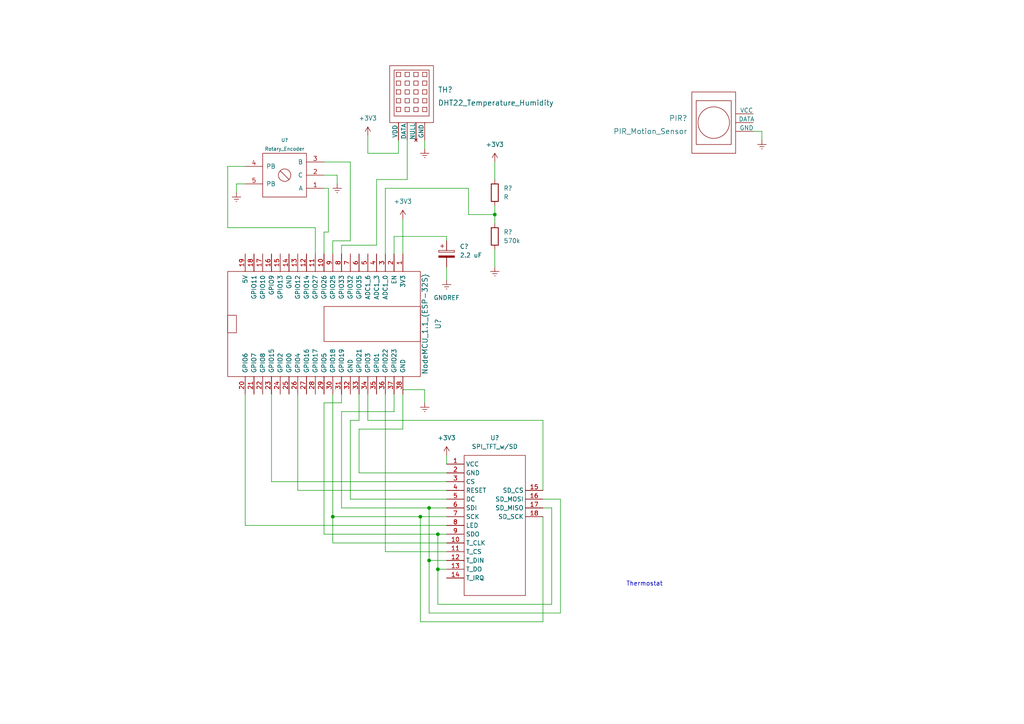
<source format=kicad_sch>
(kicad_sch (version 20211123) (generator eeschema)
  (paper "A4")
  (lib_symbols
    (symbol "Device:C_Polarized" (pin_numbers hide) (pin_names (offset 0.254))
      (property "Reference" "C" (at 0.635 2.54 0))
      (property "Value" "C_Polarized" (at 0.635 -2.54 0))
      (symbol "C_Polarized_0_1"
        (rectangle (start -2.286 0.508) (end 2.286 1.016))
        (polyline (pts (xy -1.778 2.286) (xy -0.762 2.286)))
        (polyline (pts (xy -1.27 2.794) (xy -1.27 1.778)))
        (rectangle (start 2.286 -0.508) (end -2.286 -1.016) (fill (type outline)))
      )
      (symbol "C_Polarized_1_1"
        (pin passive line (at 0 3.81 270) (length 2.794) (name "~") (number "1"))
        (pin passive line (at 0 -3.81 90) (length 2.794) (name "~") (number "2"))
      )
    )
    (symbol "Device:R" (pin_numbers hide) (pin_names (offset 0))
      (property "Reference" "R" (at 2.032 0 90))
      (property "Value" "R" (at 0 0 90))
      (symbol "R_0_1"
        (rectangle (start -1.016 -2.54) (end 1.016 2.54) (stroke (width 0.254)))
      )
      (symbol "R_1_1"
        (pin passive line (at 0 3.81 270) (length 1.27) (name "~") (number "1"))
        (pin passive line (at 0 -3.81 90) (length 1.27) (name "~") (number "2"))
      )
    )
    (symbol "Pauls_Library:DHT22_Temperature_Humidity" (pin_numbers hide) (pin_names (offset 0))
      (property "Reference" "TH" (at 0 26.67 0))
      (property "Value" "DHT22_Temperature_Humidity" (at 0 24.13 0))
      (symbol "DHT22_Temperature_Humidity_0_1"
        (rectangle (start -6.35 5.08) (end 6.35 21.59))
        (rectangle (start -4.445 9.525) (end -3.175 8.255))
        (rectangle (start -4.445 12.065) (end -3.175 10.795))
        (rectangle (start -4.445 14.605) (end -3.175 13.335))
        (rectangle (start -4.445 17.145) (end -3.175 15.875))
        (rectangle (start -4.445 19.685) (end -3.175 18.415))
        (rectangle (start -1.905 8.255) (end -0.635 9.525))
        (rectangle (start -1.905 10.795) (end -0.635 12.065))
        (rectangle (start -1.905 13.335) (end -0.635 14.605))
        (rectangle (start -1.905 15.875) (end -0.635 17.145))
        (rectangle (start -1.905 18.415) (end -0.635 19.685))
        (rectangle (start 0.635 8.255) (end 1.905 9.525))
        (rectangle (start 0.635 10.795) (end 1.905 12.065))
        (rectangle (start 0.635 13.335) (end 1.905 14.605))
        (rectangle (start 0.635 15.875) (end 1.905 17.145))
        (rectangle (start 0.635 18.415) (end 1.905 19.685))
        (rectangle (start 3.175 8.255) (end 4.445 9.525))
        (rectangle (start 3.175 10.795) (end 4.445 12.065))
        (rectangle (start 3.175 13.335) (end 4.445 14.605))
        (rectangle (start 3.175 15.875) (end 4.445 17.145))
        (rectangle (start 3.175 18.415) (end 4.445 19.685))
        (rectangle (start 5.08 6.985) (end -5.08 20.32))
      )
      (symbol "DHT22_Temperature_Humidity_1_1"
        (pin power_in line (at -3.81 0 90) (length 5.08) (name "VDD") (number "1"))
        (pin input line (at -1.27 0 90) (length 5.08) (name "DATA") (number "2"))
        (pin no_connect line (at 1.27 0 90) (length 5.08) (name "NULL") (number "3"))
        (pin power_in line (at 3.81 0 90) (length 5.08) (name "GND") (number "4"))
      )
    )
    (symbol "Pauls_Library:NodeMCU_1.1_(ESP-32S)" (pin_names (offset 1.016))
      (property "Reference" "U" (at 0 21.59 0))
      (property "Value" "NodeMCU_1.1_(ESP-32S)" (at 0 -30.48 0))
      (symbol "NodeMCU_1.1_(ESP-32S)_0_0"
        (pin bidirectional line (at 20.32 0 180) (length 5.08) (name "GPIO19") (number "31"))
        (pin power_in line (at 20.32 2.54 180) (length 5.08) (name "GND") (number "32"))
        (pin bidirectional line (at 20.32 5.08 180) (length 5.08) (name "GPIO21") (number "33"))
        (pin bidirectional line (at 20.32 7.62 180) (length 5.08) (name "GPIO3") (number "34"))
        (pin bidirectional line (at 20.32 10.16 180) (length 5.08) (name "GPIO1") (number "35"))
        (pin bidirectional line (at 20.32 12.7 180) (length 5.08) (name "GPIO22") (number "36"))
        (pin bidirectional line (at 20.32 15.24 180) (length 5.08) (name "GPIO23") (number "37"))
        (pin power_in line (at 20.32 17.78 180) (length 5.08) (name "GND") (number "38"))
      )
      (symbol "NodeMCU_1.1_(ESP-32S)_0_1"
        (rectangle (start -15.24 22.86) (end 15.24 -33.02))
        (rectangle (start -5.08 22.86) (end 5.08 -5.08))
        (rectangle (start -2.54 -30.48) (end 2.54 -33.02))
      )
      (symbol "NodeMCU_1.1_(ESP-32S)_1_1"
        (pin power_out line (at -20.32 17.78 0) (length 5.08) (name "3V3") (number "1"))
        (pin bidirectional line (at -20.32 -5.08 0) (length 5.08) (name "GPIO26") (number "10"))
        (pin bidirectional line (at -20.32 -7.62 0) (length 5.08) (name "GPIO27") (number "11"))
        (pin bidirectional line (at -20.32 -10.16 0) (length 5.08) (name "GPIO14") (number "12"))
        (pin bidirectional line (at -20.32 -12.7 0) (length 5.08) (name "GPIO12") (number "13"))
        (pin power_in line (at -20.32 -15.24 0) (length 5.08) (name "GND") (number "14"))
        (pin bidirectional line (at -20.32 -17.78 0) (length 5.08) (name "GPIO13") (number "15"))
        (pin bidirectional line (at -20.32 -20.32 0) (length 5.08) (name "GPIO9") (number "16"))
        (pin bidirectional line (at -20.32 -22.86 0) (length 5.08) (name "GPIO10") (number "17"))
        (pin bidirectional line (at -20.32 -25.4 0) (length 5.08) (name "GPIO11") (number "18"))
        (pin power_in line (at -20.32 -27.94 0) (length 5.08) (name "5V") (number "19"))
        (pin input line (at -20.32 15.24 0) (length 5.08) (name "EN") (number "2"))
        (pin bidirectional line (at 20.32 -27.94 180) (length 5.08) (name "GPIO6") (number "20"))
        (pin bidirectional line (at 20.32 -25.4 180) (length 5.08) (name "GPIO7") (number "21"))
        (pin bidirectional line (at 20.32 -22.86 180) (length 5.08) (name "GPIO8") (number "22"))
        (pin bidirectional line (at 20.32 -20.32 180) (length 5.08) (name "GPIO15") (number "23"))
        (pin bidirectional line (at 20.32 -17.78 180) (length 5.08) (name "GPIO2") (number "24"))
        (pin bidirectional line (at 20.32 -15.24 180) (length 5.08) (name "GPIO0") (number "25"))
        (pin bidirectional line (at 20.32 -12.7 180) (length 5.08) (name "GPIO4") (number "26"))
        (pin bidirectional line (at 20.32 -10.16 180) (length 5.08) (name "GPIO16") (number "27"))
        (pin bidirectional line (at 20.32 -7.62 180) (length 5.08) (name "GPIO17") (number "28"))
        (pin bidirectional line (at 20.32 -5.08 180) (length 5.08) (name "GPIO5") (number "29"))
        (pin input line (at -20.32 12.7 0) (length 5.08) (name "ADC1_0") (number "3"))
        (pin bidirectional line (at 20.32 -2.54 180) (length 5.08) (name "GPIO18") (number "30"))
        (pin input line (at -20.32 10.16 0) (length 5.08) (name "ADC1_3") (number "4"))
        (pin input line (at -20.32 7.62 0) (length 5.08) (name "ADC1_6") (number "5"))
        (pin bidirectional line (at -20.32 5.08 0) (length 5.08) (name "GPIO35") (number "6"))
        (pin bidirectional line (at -20.32 2.54 0) (length 5.08) (name "GPIO32") (number "7"))
        (pin bidirectional line (at -20.32 0 0) (length 5.08) (name "GPIO33") (number "8"))
        (pin bidirectional line (at -20.32 -2.54 0) (length 5.08) (name "GPIO25") (number "9"))
      )
    )
    (symbol "Pauls_Library:PIR_Motion_Sensor" (pin_numbers hide) (pin_names (offset 0))
      (property "Reference" "PIR" (at 0 22.86 0))
      (property "Value" "PIR_Motion_Sensor" (at 0 20.32 0))
      (symbol "PIR_Motion_Sensor_0_1"
        (rectangle (start -8.89 5.08) (end -8.89 5.08))
        (rectangle (start -8.89 5.08) (end 8.89 17.78))
        (rectangle (start -6.35 16.51) (end 6.35 6.35))
        (polyline (pts (xy -2.54 3.81) (xy -2.54 5.08)))
        (polyline (pts (xy 0 3.81) (xy 0 5.08)))
        (polyline (pts (xy 2.54 3.81) (xy 2.54 5.08)))
        (circle (center 0 11.43) (radius 4.572))
      )
      (symbol "PIR_Motion_Sensor_1_1"
        (pin power_in line (at -2.54 0 90) (length 3.81) (name "GND") (number "1"))
        (pin output line (at 0 0 90) (length 3.81) (name "DATA") (number "2"))
        (pin power_in line (at 2.54 0 90) (length 3.81) (name "VCC") (number "3"))
      )
    )
    (symbol "Pauls_Library:Rotary_Encoder" (pin_names (offset 1.016))
      (property "Reference" "U" (at -5.08 1.27 0))
      (property "Value" "Rotary_Encoder" (at 0 -2.54 0))
      (symbol "Rotary_Encoder_0_1"
        (rectangle (start -6.35 6.35) (end 6.35 -6.35))
        (polyline (pts (xy -1.27 -1.27) (xy 1.27 1.27)))
        (circle (center 0 0) (radius 1.8034))
      )
      (symbol "Rotary_Encoder_1_1"
        (pin output line (at -3.81 -11.43 90) (length 5.08) (name "A") (number "1"))
        (pin output line (at 0 -11.43 90) (length 5.08) (name "C") (number "2"))
        (pin output line (at 3.81 -11.43 90) (length 5.08) (name "B") (number "3"))
        (pin output line (at 2.54 11.43 270) (length 5.08) (name "PB") (number "4"))
        (pin output line (at -2.54 11.43 270) (length 5.08) (name "PB") (number "5"))
      )
    )
    (symbol "Pauls_Library:SPI_TFT_w{slash}SD"
      (property "Reference" "U" (at 0 0 0))
      (property "Value" "SPI_TFT_w{slash}SD" (at 15.24 -35.56 0))
      (symbol "SPI_TFT_w{slash}SD_0_0"
        (pin power_in line (at 0 0 0) (length 5.08) (name "VCC") (number "1"))
        (pin input line (at 0 -22.86 0) (length 5.08) (name "T_CLK") (number "10"))
        (pin input line (at 0 -25.4 0) (length 5.08) (name "T_CS") (number "11"))
        (pin input line (at 0 -27.94 0) (length 5.08) (name "T_DIN") (number "12"))
        (pin output line (at 0 -30.48 0) (length 5.08) (name "T_DO") (number "13"))
        (pin output line (at 0 -33.02 0) (length 5.08) (name "T_IRQ") (number "14"))
        (pin input line (at 27.94 -7.62 180) (length 5.08) (name "SD_CS") (number "15"))
        (pin input line (at 27.94 -10.16 180) (length 5.08) (name "SD_MOSI") (number "16"))
        (pin output line (at 27.94 -12.7 180) (length 5.08) (name "SD_MISO") (number "17"))
        (pin input line (at 27.94 -15.24 180) (length 5.08) (name "SD_SCK") (number "18"))
        (pin power_in line (at 0 -2.54 0) (length 5.08) (name "GND") (number "2"))
        (pin input line (at 0 -5.08 0) (length 5.08) (name "CS") (number "3"))
        (pin input line (at 0 -7.62 0) (length 5.08) (name "RESET") (number "4"))
        (pin input line (at 0 -10.16 0) (length 5.08) (name "DC") (number "5"))
        (pin input line (at 0 -12.7 0) (length 5.08) (name "SDI") (number "6"))
        (pin input line (at 0 -15.24 0) (length 5.08) (name "SCK") (number "7"))
        (pin input line (at 0 -17.78 0) (length 5.08) (name "LED") (number "8"))
        (pin output line (at 0 -20.32 0) (length 5.08) (name "SDO") (number "9"))
      )
      (symbol "SPI_TFT_w{slash}SD_0_1"
        (rectangle (start 5.08 -38.1) (end 22.86 2.54))
      )
    )
    (symbol "power:+3V3" (power) (pin_names (offset 0))
      (property "Value" "+3V3" (at 0 3.556 0))
      (symbol "+3V3_0_1"
        (polyline (pts (xy -0.762 1.27) (xy 0 2.54)))
        (polyline (pts (xy 0 0) (xy 0 2.54)))
        (polyline (pts (xy 0 2.54) (xy 0.762 1.27)))
      )
      (symbol "+3V3_1_1"
        (pin power_in line (at 0 0 90) (length 0) hide (name "+3V3") (number "1"))
      )
    )
    (symbol "power:GNDREF" (power) (pin_names (offset 0))
      (property "Value" "GNDREF" (at 0 -3.81 0))
      (symbol "GNDREF_0_1"
        (polyline (pts (xy -0.635 -1.905) (xy 0.635 -1.905)))
        (polyline (pts (xy -0.127 -2.54) (xy 0.127 -2.54)))
        (polyline (pts (xy 0 -1.27) (xy 0 0)))
        (polyline (pts (xy 1.27 -1.27) (xy -1.27 -1.27)))
      )
      (symbol "GNDREF_1_1"
        (pin power_in line (at 0 0 270) (length 0) hide (name "GNDREF") (number "1"))
      )
    )
  )
  (junction (at 127 154.94))
  (junction (at 121.92 149.86))
  (junction (at 143.51 62.23))
  (junction (at 124.46 147.32))
  (junction (at 96.52 149.86))
  (junction (at 124.46 162.56))
  (junction (at 127 165.1))
  (wire (pts (xy 220.98 40.64) (xy 220.98 38.1)))
  (wire (pts (xy 127 154.94) (xy 93.98 154.94)))
  (wire (pts (xy 99.06 116.84) (xy 99.06 114.3)))
  (wire (pts (xy 157.48 147.32) (xy 160.02 147.32)))
  (wire (pts (xy 93.98 46.99) (xy 101.6 46.99)))
  (wire (pts (xy 71.12 53.34) (xy 68.58 53.34)))
  (wire (pts (xy 220.98 38.1) (xy 218.44 38.1)))
  (wire (pts (xy 121.92 149.86) (xy 96.52 149.86)))
  (wire (pts (xy 71.12 114.3) (xy 71.12 152.4)))
  (wire (pts (xy 124.46 177.8) (xy 124.46 162.56)))
  (wire (pts (xy 97.79 50.8) (xy 97.79 53.34)))
  (wire (pts (xy 93.98 154.94) (xy 93.98 116.84)))
  (wire (pts (xy 101.6 144.78) (xy 101.6 121.92)))
  (wire (pts (xy 106.68 44.45) (xy 115.57 44.45)))
  (wire (pts (xy 118.11 52.07) (xy 109.22 52.07)))
  (wire (pts (xy 129.54 68.58) (xy 129.54 69.85)))
  (wire (pts (xy 116.84 63.5) (xy 116.84 73.66)))
  (wire (pts (xy 114.3 73.66) (xy 114.3 68.58)))
  (wire (pts (xy 66.04 48.26) (xy 66.04 66.04)))
  (wire (pts (xy 91.44 66.04) (xy 91.44 73.66)))
  (wire (pts (xy 99.06 147.32) (xy 99.06 119.38)))
  (wire (pts (xy 111.76 54.61) (xy 111.76 73.66)))
  (wire (pts (xy 129.54 139.7) (xy 78.74 139.7)))
  (wire (pts (xy 106.68 39.37) (xy 106.68 44.45)))
  (wire (pts (xy 129.54 154.94) (xy 127 154.94)))
  (wire (pts (xy 104.14 121.92) (xy 104.14 114.3)))
  (wire (pts (xy 118.11 40.64) (xy 118.11 52.07)))
  (wire (pts (xy 71.12 48.26) (xy 66.04 48.26)))
  (wire (pts (xy 124.46 147.32) (xy 99.06 147.32)))
  (wire (pts (xy 106.68 121.92) (xy 106.68 114.3)))
  (wire (pts (xy 96.52 149.86) (xy 96.52 114.3)))
  (wire (pts (xy 121.92 180.34) (xy 121.92 149.86)))
  (wire (pts (xy 124.46 162.56) (xy 124.46 147.32)))
  (wire (pts (xy 135.89 54.61) (xy 135.89 62.23)))
  (wire (pts (xy 93.98 116.84) (xy 99.06 116.84)))
  (wire (pts (xy 160.02 147.32) (xy 160.02 175.26)))
  (wire (pts (xy 129.54 77.47) (xy 129.54 81.28)))
  (wire (pts (xy 124.46 162.56) (xy 129.54 162.56)))
  (wire (pts (xy 86.36 142.24) (xy 86.36 114.3)))
  (wire (pts (xy 99.06 71.12) (xy 99.06 73.66)))
  (wire (pts (xy 129.54 137.16) (xy 104.14 137.16)))
  (wire (pts (xy 129.54 144.78) (xy 101.6 144.78)))
  (wire (pts (xy 123.19 113.03) (xy 123.19 116.84)))
  (wire (pts (xy 127 175.26) (xy 127 165.1)))
  (wire (pts (xy 101.6 69.85) (xy 96.52 69.85)))
  (wire (pts (xy 68.58 53.34) (xy 68.58 55.88)))
  (wire (pts (xy 162.56 144.78) (xy 162.56 177.8)))
  (wire (pts (xy 93.98 50.8) (xy 97.79 50.8)))
  (wire (pts (xy 96.52 157.48) (xy 96.52 149.86)))
  (wire (pts (xy 129.54 160.02) (xy 111.76 160.02)))
  (wire (pts (xy 129.54 142.24) (xy 86.36 142.24)))
  (wire (pts (xy 127 165.1) (xy 127 154.94)))
  (wire (pts (xy 95.25 54.61) (xy 95.25 67.31)))
  (wire (pts (xy 157.48 144.78) (xy 162.56 144.78)))
  (wire (pts (xy 143.51 72.39) (xy 143.51 77.47)))
  (wire (pts (xy 129.54 157.48) (xy 96.52 157.48)))
  (wire (pts (xy 109.22 71.12) (xy 99.06 71.12)))
  (wire (pts (xy 143.51 59.69) (xy 143.51 62.23)))
  (wire (pts (xy 111.76 54.61) (xy 135.89 54.61)))
  (wire (pts (xy 129.54 147.32) (xy 124.46 147.32)))
  (wire (pts (xy 160.02 175.26) (xy 127 175.26)))
  (wire (pts (xy 96.52 69.85) (xy 96.52 73.66)))
  (wire (pts (xy 71.12 152.4) (xy 129.54 152.4)))
  (wire (pts (xy 114.3 119.38) (xy 114.3 114.3)))
  (wire (pts (xy 143.51 62.23) (xy 143.51 64.77)))
  (wire (pts (xy 101.6 46.99) (xy 101.6 69.85)))
  (wire (pts (xy 95.25 67.31) (xy 93.98 67.31)))
  (wire (pts (xy 104.14 137.16) (xy 104.14 124.46)))
  (wire (pts (xy 93.98 67.31) (xy 93.98 73.66)))
  (wire (pts (xy 104.14 124.46) (xy 116.84 124.46)))
  (wire (pts (xy 99.06 119.38) (xy 114.3 119.38)))
  (wire (pts (xy 101.6 121.92) (xy 104.14 121.92)))
  (wire (pts (xy 123.19 40.64) (xy 123.19 43.18)))
  (wire (pts (xy 143.51 46.99) (xy 143.51 52.07)))
  (wire (pts (xy 115.57 44.45) (xy 115.57 40.64)))
  (wire (pts (xy 135.89 62.23) (xy 143.51 62.23)))
  (wire (pts (xy 93.98 54.61) (xy 95.25 54.61)))
  (wire (pts (xy 157.48 180.34) (xy 121.92 180.34)))
  (wire (pts (xy 114.3 68.58) (xy 129.54 68.58)))
  (wire (pts (xy 111.76 160.02) (xy 111.76 114.3)))
  (wire (pts (xy 157.48 121.92) (xy 106.68 121.92)))
  (wire (pts (xy 129.54 149.86) (xy 121.92 149.86)))
  (wire (pts (xy 116.84 124.46) (xy 116.84 114.3)))
  (wire (pts (xy 127 165.1) (xy 129.54 165.1)))
  (wire (pts (xy 162.56 177.8) (xy 124.46 177.8)))
  (wire (pts (xy 129.54 132.08) (xy 129.54 134.62)))
  (wire (pts (xy 66.04 66.04) (xy 91.44 66.04)))
  (wire (pts (xy 116.84 113.03) (xy 123.19 113.03)))
  (wire (pts (xy 157.48 149.86) (xy 157.48 180.34)))
  (wire (pts (xy 109.22 52.07) (xy 109.22 71.12)))
  (wire (pts (xy 78.74 139.7) (xy 78.74 114.3)))
  (wire (pts (xy 157.48 142.24) (xy 157.48 121.92)))
  (text "Thermostat" (at 181.61 170.18 0) (effects (font (size 1.27 1.27)) (justify left bottom)))
  (symbol (lib_id "Pauls_Library:DHT22_Temperature_Humidity") (at 119.38 40.64 0) (unit 1)
    (property "Reference" "TH?" (at 127 26.035 0) (effects (font (size 1.524 1.524)) (justify left)))
    (property "Value" "DHT22_Temperature_Humidity" (at 127 29.845 0) (effects (font (size 1.524 1.524)) (justify left)))
  )
  (symbol (lib_id "Device:C_Polarized") (at 129.54 73.66 0) (unit 1)
    (property "Reference" "C?" (at 133.35 71.5009 0) (effects (justify left)))
    (property "Value" "2.2 uF" (at 133.35 74.0409 0) (effects (justify left)))
  )
  (symbol (lib_id "Pauls_Library:PIR_Motion_Sensor") (at 218.44 35.56 90) (unit 1)
    (property "Reference" "PIR?" (at 199.39 34.29 90) (effects (font (size 1.524 1.524)) (justify left)))
    (property "Value" "PIR_Motion_Sensor" (at 199.39 38.1 90) (effects (font (size 1.524 1.524)) (justify left)))
  )
  (symbol (lib_id "power:GNDREF") (at 123.19 43.18 0) (unit 1)
    (property "Reference" "#PWR?" (effects hide))
    (property "Value" "GNDREF" (effects hide))
  )
  (symbol (lib_id "Pauls_Library:SPI_TFT_w{slash}SD") (at 129.54 134.62 0) (unit 1)
    (property "Reference" "U?" (at 143.51 127 0))
    (property "Value" "SPI_TFT_w/SD" (at 143.51 129.54 0))
  )
  (symbol (lib_id "power:GNDREF") (at 68.58 55.88 0) (unit 1)
    (property "Reference" "#PWR?" (effects hide))
    (property "Value" "GNDREF" (effects hide))
  )
  (symbol (lib_id "power:GNDREF") (at 97.79 53.34 0) (unit 1)
    (property "Reference" "#PWR?" (effects hide))
    (property "Value" "GNDREF" (effects hide))
  )
  (symbol (lib_id "power:+3V3") (at 129.54 132.08 0) (unit 1)
    (property "Reference" "#PWR?" (effects hide))
    (property "Value" "+3V3" (at 129.54 127 0))
  )
  (symbol (lib_id "power:GNDREF") (at 123.19 116.84 0) (unit 1)
    (property "Reference" "#PWR?" (effects hide))
    (property "Value" "GNDREF" (effects hide))
  )
  (symbol (lib_id "power:+3V3") (at 116.84 63.5 0) (unit 1)
    (property "Reference" "#PWR?" (effects hide))
    (property "Value" "+3V3" (at 116.84 58.42 0))
  )
  (symbol (lib_id "Device:R") (at 143.51 68.58 0) (unit 1)
    (property "Reference" "R?" (at 146.05 67.3099 0) (effects (justify left)))
    (property "Value" "570k" (at 146.05 69.8499 0) (effects (justify left)))
  )
  (symbol (lib_id "Pauls_Library:Rotary_Encoder") (at 82.55 50.8 90) (unit 1)
    (property "Reference" "U?" (at 82.55 40.64 90) (effects (font (size 0.9906 0.9906))))
    (property "Value" "Rotary_Encoder" (at 82.55 43.18 90) (effects (font (size 0.9906 0.9906))))
  )
  (symbol (lib_id "Device:R") (at 143.51 55.88 0) (unit 1)
    (property "Reference" "R?" (at 146.05 54.6099 0) (effects (justify left)))
    (property "Value" "R" (at 146.05 57.1499 0) (effects (justify left)))
  )
  (symbol (lib_id "power:GNDREF") (at 143.51 77.47 0) (unit 1)
    (property "Reference" "#PWR?" (effects hide))
    (property "Value" "GNDREF" (effects hide))
  )
  (symbol (lib_id "power:GNDREF") (at 129.54 81.28 0) (unit 1)
    (property "Reference" "#PWR?" (effects hide))
    (property "Value" "GNDREF" (at 129.54 86.36 0))
  )
  (symbol (lib_id "power:+3V3") (at 143.51 46.99 0) (unit 1)
    (property "Reference" "#PWR?" (effects hide))
    (property "Value" "+3V3" (at 143.51 41.91 0))
  )
  (symbol (lib_id "Pauls_Library:NodeMCU_1.1_(ESP-32S)") (at 99.06 93.98 270) (unit 1)
    (property "Reference" "U?" (at 127.0508 93.98 0) (effects (font (size 1.524 1.524))))
    (property "Value" "NodeMCU_1.1_(ESP-32S)" (at 123.2408 93.98 0) (effects (font (size 1.524 1.524))))
  )
  (symbol (lib_id "power:GNDREF") (at 220.98 40.64 0) (mirror y) (unit 1)
    (property "Reference" "#PWR?" (effects hide))
    (property "Value" "GNDREF" (effects hide))
  )
  (symbol (lib_id "power:+3V3") (at 106.68 39.37 0) (unit 1)
    (property "Reference" "#PWR?" (effects hide))
    (property "Value" "+3V3" (at 106.68 34.29 0))
  )
)
</source>
